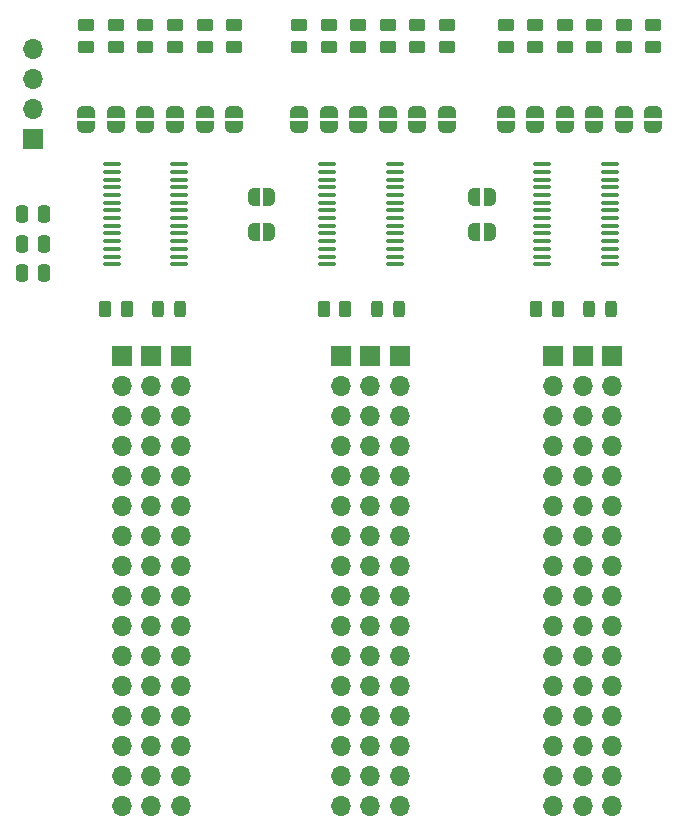
<source format=gbr>
%TF.GenerationSoftware,KiCad,Pcbnew,(6.0.2)*%
%TF.CreationDate,2023-10-23T02:54:13-04:00*%
%TF.ProjectId,USB_Splitter,5553425f-5370-46c6-9974-7465722e6b69,rev?*%
%TF.SameCoordinates,Original*%
%TF.FileFunction,Soldermask,Top*%
%TF.FilePolarity,Negative*%
%FSLAX46Y46*%
G04 Gerber Fmt 4.6, Leading zero omitted, Abs format (unit mm)*
G04 Created by KiCad (PCBNEW (6.0.2)) date 2023-10-23 02:54:13*
%MOMM*%
%LPD*%
G01*
G04 APERTURE LIST*
G04 Aperture macros list*
%AMRoundRect*
0 Rectangle with rounded corners*
0 $1 Rounding radius*
0 $2 $3 $4 $5 $6 $7 $8 $9 X,Y pos of 4 corners*
0 Add a 4 corners polygon primitive as box body*
4,1,4,$2,$3,$4,$5,$6,$7,$8,$9,$2,$3,0*
0 Add four circle primitives for the rounded corners*
1,1,$1+$1,$2,$3*
1,1,$1+$1,$4,$5*
1,1,$1+$1,$6,$7*
1,1,$1+$1,$8,$9*
0 Add four rect primitives between the rounded corners*
20,1,$1+$1,$2,$3,$4,$5,0*
20,1,$1+$1,$4,$5,$6,$7,0*
20,1,$1+$1,$6,$7,$8,$9,0*
20,1,$1+$1,$8,$9,$2,$3,0*%
%AMFreePoly0*
4,1,22,0.500000,-0.750000,0.000000,-0.750000,0.000000,-0.745033,-0.079941,-0.743568,-0.215256,-0.701293,-0.333266,-0.622738,-0.424486,-0.514219,-0.481581,-0.384460,-0.499164,-0.250000,-0.500000,-0.250000,-0.500000,0.250000,-0.499164,0.250000,-0.499963,0.256109,-0.478152,0.396186,-0.417904,0.524511,-0.324060,0.630769,-0.204165,0.706417,-0.067858,0.745374,0.000000,0.744959,0.000000,0.750000,
0.500000,0.750000,0.500000,-0.750000,0.500000,-0.750000,$1*%
%AMFreePoly1*
4,1,20,0.000000,0.744959,0.073905,0.744508,0.209726,0.703889,0.328688,0.626782,0.421226,0.519385,0.479903,0.390333,0.500000,0.250000,0.500000,-0.250000,0.499851,-0.262216,0.476331,-0.402017,0.414519,-0.529596,0.319384,-0.634700,0.198574,-0.708877,0.061801,-0.746166,0.000000,-0.745033,0.000000,-0.750000,-0.500000,-0.750000,-0.500000,0.750000,0.000000,0.750000,0.000000,0.744959,
0.000000,0.744959,$1*%
G04 Aperture macros list end*
%ADD10FreePoly0,180.000000*%
%ADD11FreePoly1,180.000000*%
%ADD12RoundRect,0.250000X0.450000X-0.262500X0.450000X0.262500X-0.450000X0.262500X-0.450000X-0.262500X0*%
%ADD13R,1.700000X1.700000*%
%ADD14O,1.700000X1.700000*%
%ADD15FreePoly0,90.000000*%
%ADD16FreePoly1,90.000000*%
%ADD17RoundRect,0.250000X-0.450000X0.262500X-0.450000X-0.262500X0.450000X-0.262500X0.450000X0.262500X0*%
%ADD18RoundRect,0.250000X-0.250000X-0.475000X0.250000X-0.475000X0.250000X0.475000X-0.250000X0.475000X0*%
%ADD19RoundRect,0.243750X-0.243750X-0.456250X0.243750X-0.456250X0.243750X0.456250X-0.243750X0.456250X0*%
%ADD20RoundRect,0.250000X-0.262500X-0.450000X0.262500X-0.450000X0.262500X0.450000X-0.262500X0.450000X0*%
%ADD21RoundRect,0.100000X-0.637500X-0.100000X0.637500X-0.100000X0.637500X0.100000X-0.637500X0.100000X0*%
%ADD22RoundRect,0.250000X0.262500X0.450000X-0.262500X0.450000X-0.262500X-0.450000X0.262500X-0.450000X0*%
G04 APERTURE END LIST*
D10*
%TO.C,A21*%
X186000000Y-73000000D03*
D11*
X184700000Y-73000000D03*
%TD*%
D10*
%TO.C,A20*%
X186000000Y-76000000D03*
D11*
X184700000Y-76000000D03*
%TD*%
D10*
%TO.C,A19*%
X204650000Y-76000000D03*
D11*
X203350000Y-76000000D03*
%TD*%
D10*
%TO.C,A18*%
X204650000Y-73000000D03*
D11*
X203350000Y-73000000D03*
%TD*%
D12*
%TO.C,R12*%
X183000000Y-60325000D03*
X183000000Y-58500000D03*
%TD*%
%TO.C,R15*%
X201000000Y-60325000D03*
X201000000Y-58500000D03*
%TD*%
D13*
%TO.C,J3*%
X192025000Y-86500000D03*
D14*
X192025000Y-89040000D03*
X192025000Y-91580000D03*
X192025000Y-94120000D03*
X192025000Y-96660000D03*
X192025000Y-99200000D03*
X192025000Y-101740000D03*
X192025000Y-104280000D03*
X192025000Y-106820000D03*
X192025000Y-109360000D03*
X192025000Y-111900000D03*
X192025000Y-114440000D03*
X192025000Y-116980000D03*
X192025000Y-119520000D03*
X192025000Y-122060000D03*
X192025000Y-124600000D03*
%TD*%
D12*
%TO.C,R21*%
X218500000Y-60325000D03*
X218500000Y-58500000D03*
%TD*%
D13*
%TO.C,J10*%
X215025000Y-86500000D03*
D14*
X215025000Y-89040000D03*
X215025000Y-91580000D03*
X215025000Y-94120000D03*
X215025000Y-96660000D03*
X215025000Y-99200000D03*
X215025000Y-101740000D03*
X215025000Y-104280000D03*
X215025000Y-106820000D03*
X215025000Y-109360000D03*
X215025000Y-111900000D03*
X215025000Y-114440000D03*
X215025000Y-116980000D03*
X215025000Y-119520000D03*
X215025000Y-122060000D03*
X215025000Y-124600000D03*
%TD*%
D15*
%TO.C,A17*%
X218500000Y-67150000D03*
D16*
X218500000Y-65850000D03*
%TD*%
D12*
%TO.C,R19*%
X213500000Y-60325000D03*
X213500000Y-58500000D03*
%TD*%
D15*
%TO.C,A0*%
X170500000Y-67150000D03*
D16*
X170500000Y-65850000D03*
%TD*%
D13*
%TO.C,J9*%
X212525000Y-86500000D03*
D14*
X212525000Y-89040000D03*
X212525000Y-91580000D03*
X212525000Y-94120000D03*
X212525000Y-96660000D03*
X212525000Y-99200000D03*
X212525000Y-101740000D03*
X212525000Y-104280000D03*
X212525000Y-106820000D03*
X212525000Y-109360000D03*
X212525000Y-111900000D03*
X212525000Y-114440000D03*
X212525000Y-116980000D03*
X212525000Y-119520000D03*
X212525000Y-122060000D03*
X212525000Y-124600000D03*
%TD*%
D15*
%TO.C,A2*%
X175500000Y-67150000D03*
D16*
X175500000Y-65850000D03*
%TD*%
D15*
%TO.C,A14*%
X211000000Y-67150000D03*
D16*
X211000000Y-65850000D03*
%TD*%
D15*
%TO.C,A15*%
X213500000Y-67150000D03*
D16*
X213500000Y-65850000D03*
%TD*%
D12*
%TO.C,R9*%
X175500000Y-60325000D03*
X175500000Y-58500000D03*
%TD*%
D15*
%TO.C,A3*%
X178000000Y-67150000D03*
D16*
X178000000Y-65850000D03*
%TD*%
D17*
%TO.C,R10*%
X178000000Y-58500000D03*
X178000000Y-60325000D03*
%TD*%
%TO.C,R7*%
X170500000Y-58500000D03*
X170500000Y-60325000D03*
%TD*%
D13*
%TO.C,J4*%
X194525000Y-86500000D03*
D14*
X194525000Y-89040000D03*
X194525000Y-91580000D03*
X194525000Y-94120000D03*
X194525000Y-96660000D03*
X194525000Y-99200000D03*
X194525000Y-101740000D03*
X194525000Y-104280000D03*
X194525000Y-106820000D03*
X194525000Y-109360000D03*
X194525000Y-111900000D03*
X194525000Y-114440000D03*
X194525000Y-116980000D03*
X194525000Y-119520000D03*
X194525000Y-122060000D03*
X194525000Y-124600000D03*
%TD*%
D18*
%TO.C,C2*%
X165050000Y-74500000D03*
X166950000Y-74500000D03*
%TD*%
D15*
%TO.C,A11*%
X201000000Y-67150000D03*
D16*
X201000000Y-65850000D03*
%TD*%
D12*
%TO.C,R11*%
X180500000Y-60325000D03*
X180500000Y-58500000D03*
%TD*%
D15*
%TO.C,A10*%
X198500000Y-67150000D03*
D16*
X198500000Y-65850000D03*
%TD*%
D15*
%TO.C,A8*%
X193500000Y-67150000D03*
D16*
X193500000Y-65850000D03*
%TD*%
D12*
%TO.C,R4*%
X191000000Y-60325000D03*
X191000000Y-58500000D03*
%TD*%
D19*
%TO.C,D3*%
X213062500Y-82500000D03*
X214937500Y-82500000D03*
%TD*%
D15*
%TO.C,A12*%
X206000000Y-67150000D03*
D16*
X206000000Y-65850000D03*
%TD*%
D13*
%TO.C,J6*%
X178500000Y-86500000D03*
D14*
X178500000Y-89040000D03*
X178500000Y-91580000D03*
X178500000Y-94120000D03*
X178500000Y-96660000D03*
X178500000Y-99200000D03*
X178500000Y-101740000D03*
X178500000Y-104280000D03*
X178500000Y-106820000D03*
X178500000Y-109360000D03*
X178500000Y-111900000D03*
X178500000Y-114440000D03*
X178500000Y-116980000D03*
X178500000Y-119520000D03*
X178500000Y-122060000D03*
X178500000Y-124600000D03*
%TD*%
D20*
%TO.C,R1*%
X190587500Y-82500000D03*
X192412500Y-82500000D03*
%TD*%
D12*
%TO.C,R18*%
X211000000Y-60325000D03*
X211000000Y-58500000D03*
%TD*%
D20*
%TO.C,R2*%
X208587500Y-82500000D03*
X210412500Y-82500000D03*
%TD*%
D15*
%TO.C,A13*%
X208500000Y-67150000D03*
D16*
X208500000Y-65850000D03*
%TD*%
D12*
%TO.C,R14*%
X198500000Y-60325000D03*
X198500000Y-58500000D03*
%TD*%
D21*
%TO.C,U3*%
X209112500Y-70275000D03*
X209112500Y-70925000D03*
X209112500Y-71575000D03*
X209112500Y-72225000D03*
X209112500Y-72875000D03*
X209112500Y-73525000D03*
X209112500Y-74175000D03*
X209112500Y-74825000D03*
X209112500Y-75475000D03*
X209112500Y-76125000D03*
X209112500Y-76775000D03*
X209112500Y-77425000D03*
X209112500Y-78075000D03*
X209112500Y-78725000D03*
X214837500Y-78725000D03*
X214837500Y-78075000D03*
X214837500Y-77425000D03*
X214837500Y-76775000D03*
X214837500Y-76125000D03*
X214837500Y-75475000D03*
X214837500Y-74825000D03*
X214837500Y-74175000D03*
X214837500Y-73525000D03*
X214837500Y-72875000D03*
X214837500Y-72225000D03*
X214837500Y-71575000D03*
X214837500Y-70925000D03*
X214837500Y-70275000D03*
%TD*%
D13*
%TO.C,J5*%
X176000000Y-86500000D03*
D14*
X176000000Y-89040000D03*
X176000000Y-91580000D03*
X176000000Y-94120000D03*
X176000000Y-96660000D03*
X176000000Y-99200000D03*
X176000000Y-101740000D03*
X176000000Y-104280000D03*
X176000000Y-106820000D03*
X176000000Y-109360000D03*
X176000000Y-111900000D03*
X176000000Y-114440000D03*
X176000000Y-116980000D03*
X176000000Y-119520000D03*
X176000000Y-122060000D03*
X176000000Y-124600000D03*
%TD*%
D18*
%TO.C,C3*%
X165050000Y-77000000D03*
X166950000Y-77000000D03*
%TD*%
D12*
%TO.C,R5*%
X193500000Y-60325000D03*
X193500000Y-58500000D03*
%TD*%
%TO.C,R8*%
X173000000Y-60325000D03*
X173000000Y-58500000D03*
%TD*%
D15*
%TO.C,A1*%
X173000000Y-67150000D03*
D16*
X173000000Y-65850000D03*
%TD*%
D15*
%TO.C,A7*%
X191000000Y-67150000D03*
D16*
X191000000Y-65850000D03*
%TD*%
D12*
%TO.C,R3*%
X188500000Y-60325000D03*
X188500000Y-58500000D03*
%TD*%
D13*
%TO.C,J1*%
X165975000Y-68120000D03*
D14*
X165975000Y-65580000D03*
X165975000Y-63040000D03*
X165975000Y-60500000D03*
%TD*%
D19*
%TO.C,D2*%
X195062500Y-82500000D03*
X196937500Y-82500000D03*
%TD*%
D15*
%TO.C,A6*%
X188500000Y-67150000D03*
D16*
X188500000Y-65850000D03*
%TD*%
D15*
%TO.C,A9*%
X196000000Y-67150000D03*
D16*
X196000000Y-65850000D03*
%TD*%
D12*
%TO.C,R16*%
X206000000Y-60325000D03*
X206000000Y-58500000D03*
%TD*%
D13*
%TO.C,J7*%
X197025000Y-86500000D03*
D14*
X197025000Y-89040000D03*
X197025000Y-91580000D03*
X197025000Y-94120000D03*
X197025000Y-96660000D03*
X197025000Y-99200000D03*
X197025000Y-101740000D03*
X197025000Y-104280000D03*
X197025000Y-106820000D03*
X197025000Y-109360000D03*
X197025000Y-111900000D03*
X197025000Y-114440000D03*
X197025000Y-116980000D03*
X197025000Y-119520000D03*
X197025000Y-122060000D03*
X197025000Y-124600000D03*
%TD*%
D19*
%TO.C,D1*%
X176562500Y-82500000D03*
X178437500Y-82500000D03*
%TD*%
D15*
%TO.C,A4*%
X180500000Y-67150000D03*
D16*
X180500000Y-65850000D03*
%TD*%
D12*
%TO.C,R20*%
X216000000Y-60325000D03*
X216000000Y-58500000D03*
%TD*%
D22*
%TO.C,R13*%
X173912500Y-82500000D03*
X172087500Y-82500000D03*
%TD*%
D15*
%TO.C,A5*%
X183000000Y-67150000D03*
D16*
X183000000Y-65850000D03*
%TD*%
D18*
%TO.C,C1*%
X165050000Y-79500000D03*
X166950000Y-79500000D03*
%TD*%
D21*
%TO.C,U2*%
X190875000Y-70275000D03*
X190875000Y-70925000D03*
X190875000Y-71575000D03*
X190875000Y-72225000D03*
X190875000Y-72875000D03*
X190875000Y-73525000D03*
X190875000Y-74175000D03*
X190875000Y-74825000D03*
X190875000Y-75475000D03*
X190875000Y-76125000D03*
X190875000Y-76775000D03*
X190875000Y-77425000D03*
X190875000Y-78075000D03*
X190875000Y-78725000D03*
X196600000Y-78725000D03*
X196600000Y-78075000D03*
X196600000Y-77425000D03*
X196600000Y-76775000D03*
X196600000Y-76125000D03*
X196600000Y-75475000D03*
X196600000Y-74825000D03*
X196600000Y-74175000D03*
X196600000Y-73525000D03*
X196600000Y-72875000D03*
X196600000Y-72225000D03*
X196600000Y-71575000D03*
X196600000Y-70925000D03*
X196600000Y-70275000D03*
%TD*%
D13*
%TO.C,J8*%
X210025000Y-86500000D03*
D14*
X210025000Y-89040000D03*
X210025000Y-91580000D03*
X210025000Y-94120000D03*
X210025000Y-96660000D03*
X210025000Y-99200000D03*
X210025000Y-101740000D03*
X210025000Y-104280000D03*
X210025000Y-106820000D03*
X210025000Y-109360000D03*
X210025000Y-111900000D03*
X210025000Y-114440000D03*
X210025000Y-116980000D03*
X210025000Y-119520000D03*
X210025000Y-122060000D03*
X210025000Y-124600000D03*
%TD*%
D12*
%TO.C,R6*%
X196000000Y-60325000D03*
X196000000Y-58500000D03*
%TD*%
D21*
%TO.C,U1*%
X172637500Y-70275000D03*
X172637500Y-70925000D03*
X172637500Y-71575000D03*
X172637500Y-72225000D03*
X172637500Y-72875000D03*
X172637500Y-73525000D03*
X172637500Y-74175000D03*
X172637500Y-74825000D03*
X172637500Y-75475000D03*
X172637500Y-76125000D03*
X172637500Y-76775000D03*
X172637500Y-77425000D03*
X172637500Y-78075000D03*
X172637500Y-78725000D03*
X178362500Y-78725000D03*
X178362500Y-78075000D03*
X178362500Y-77425000D03*
X178362500Y-76775000D03*
X178362500Y-76125000D03*
X178362500Y-75475000D03*
X178362500Y-74825000D03*
X178362500Y-74175000D03*
X178362500Y-73525000D03*
X178362500Y-72875000D03*
X178362500Y-72225000D03*
X178362500Y-71575000D03*
X178362500Y-70925000D03*
X178362500Y-70275000D03*
%TD*%
D13*
%TO.C,J2*%
X173500000Y-86500000D03*
D14*
X173500000Y-89040000D03*
X173500000Y-91580000D03*
X173500000Y-94120000D03*
X173500000Y-96660000D03*
X173500000Y-99200000D03*
X173500000Y-101740000D03*
X173500000Y-104280000D03*
X173500000Y-106820000D03*
X173500000Y-109360000D03*
X173500000Y-111900000D03*
X173500000Y-114440000D03*
X173500000Y-116980000D03*
X173500000Y-119520000D03*
X173500000Y-122060000D03*
X173500000Y-124600000D03*
%TD*%
D12*
%TO.C,R17*%
X208500000Y-60325000D03*
X208500000Y-58500000D03*
%TD*%
D15*
%TO.C,A16*%
X216000000Y-67150000D03*
D16*
X216000000Y-65850000D03*
%TD*%
M02*

</source>
